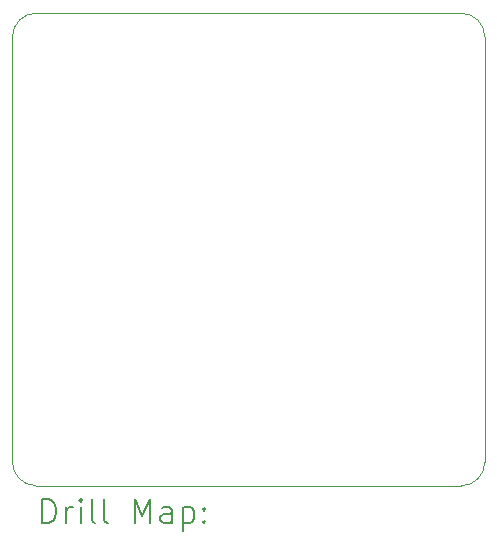
<source format=gbr>
%FSLAX45Y45*%
G04 Gerber Fmt 4.5, Leading zero omitted, Abs format (unit mm)*
G04 Created by KiCad (PCBNEW (6.0.1-0)) date 2022-02-13 16:40:21*
%MOMM*%
%LPD*%
G01*
G04 APERTURE LIST*
%TA.AperFunction,Profile*%
%ADD10C,0.100000*%
%TD*%
%ADD11C,0.200000*%
G04 APERTURE END LIST*
D10*
X16000000Y-8200000D02*
G75*
G03*
X15800000Y-8000000I-200000J0D01*
G01*
X12000000Y-11800000D02*
X12000000Y-8200000D01*
X12200000Y-8000000D02*
X15800000Y-8000000D01*
X15800000Y-12000000D02*
X12200000Y-12000000D01*
X15800000Y-12000000D02*
G75*
G03*
X16000000Y-11800000I0J200000D01*
G01*
X12200000Y-8000000D02*
G75*
G03*
X12000000Y-8200000I0J-200000D01*
G01*
X12000000Y-11800000D02*
G75*
G03*
X12200000Y-12000000I200000J0D01*
G01*
X16000000Y-8200000D02*
X16000000Y-11800000D01*
D11*
X12252619Y-12315476D02*
X12252619Y-12115476D01*
X12300238Y-12115476D01*
X12328809Y-12125000D01*
X12347857Y-12144048D01*
X12357381Y-12163095D01*
X12366905Y-12201190D01*
X12366905Y-12229762D01*
X12357381Y-12267857D01*
X12347857Y-12286905D01*
X12328809Y-12305952D01*
X12300238Y-12315476D01*
X12252619Y-12315476D01*
X12452619Y-12315476D02*
X12452619Y-12182143D01*
X12452619Y-12220238D02*
X12462143Y-12201190D01*
X12471667Y-12191667D01*
X12490714Y-12182143D01*
X12509762Y-12182143D01*
X12576428Y-12315476D02*
X12576428Y-12182143D01*
X12576428Y-12115476D02*
X12566905Y-12125000D01*
X12576428Y-12134524D01*
X12585952Y-12125000D01*
X12576428Y-12115476D01*
X12576428Y-12134524D01*
X12700238Y-12315476D02*
X12681190Y-12305952D01*
X12671667Y-12286905D01*
X12671667Y-12115476D01*
X12805000Y-12315476D02*
X12785952Y-12305952D01*
X12776428Y-12286905D01*
X12776428Y-12115476D01*
X13033571Y-12315476D02*
X13033571Y-12115476D01*
X13100238Y-12258333D01*
X13166905Y-12115476D01*
X13166905Y-12315476D01*
X13347857Y-12315476D02*
X13347857Y-12210714D01*
X13338333Y-12191667D01*
X13319286Y-12182143D01*
X13281190Y-12182143D01*
X13262143Y-12191667D01*
X13347857Y-12305952D02*
X13328809Y-12315476D01*
X13281190Y-12315476D01*
X13262143Y-12305952D01*
X13252619Y-12286905D01*
X13252619Y-12267857D01*
X13262143Y-12248809D01*
X13281190Y-12239286D01*
X13328809Y-12239286D01*
X13347857Y-12229762D01*
X13443095Y-12182143D02*
X13443095Y-12382143D01*
X13443095Y-12191667D02*
X13462143Y-12182143D01*
X13500238Y-12182143D01*
X13519286Y-12191667D01*
X13528809Y-12201190D01*
X13538333Y-12220238D01*
X13538333Y-12277381D01*
X13528809Y-12296428D01*
X13519286Y-12305952D01*
X13500238Y-12315476D01*
X13462143Y-12315476D01*
X13443095Y-12305952D01*
X13624048Y-12296428D02*
X13633571Y-12305952D01*
X13624048Y-12315476D01*
X13614524Y-12305952D01*
X13624048Y-12296428D01*
X13624048Y-12315476D01*
X13624048Y-12191667D02*
X13633571Y-12201190D01*
X13624048Y-12210714D01*
X13614524Y-12201190D01*
X13624048Y-12191667D01*
X13624048Y-12210714D01*
M02*

</source>
